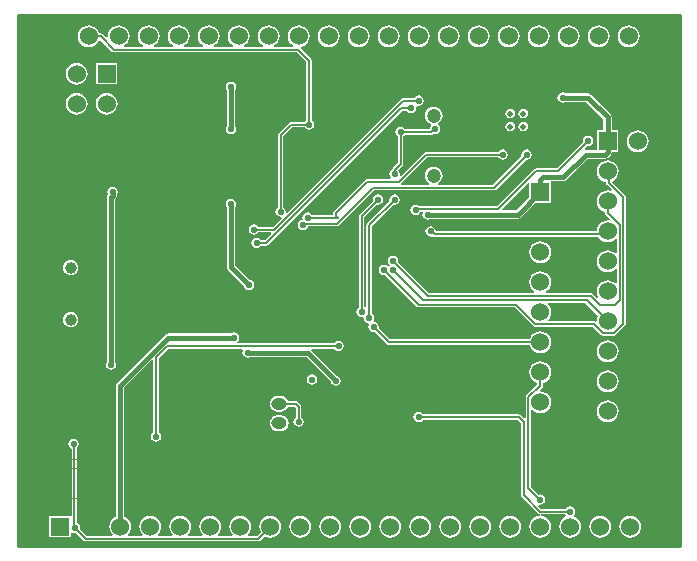
<source format=gbl>
G04*
G04 #@! TF.GenerationSoftware,Altium Limited,Altium Designer,20.0.2 (26)*
G04*
G04 Layer_Physical_Order=2*
G04 Layer_Color=16711680*
%FSLAX24Y24*%
%MOIN*%
G70*
G01*
G75*
%ADD12C,0.0100*%
%ADD16C,0.0010*%
%ADD57C,0.0150*%
%ADD58C,0.0060*%
%ADD59O,0.0512X0.0394*%
%ADD60C,0.0394*%
%ADD61C,0.0600*%
%ADD62R,0.0600X0.0600*%
%ADD63R,0.0600X0.0600*%
%ADD64C,0.0472*%
%ADD65C,0.0197*%
%ADD66C,0.0220*%
G36*
X22050Y0D02*
X0D01*
Y17700D01*
X22050D01*
Y0D01*
D02*
G37*
%LPC*%
G36*
X9350Y17363D02*
X9256Y17351D01*
X9168Y17314D01*
X9093Y17257D01*
X9036Y17182D01*
X8999Y17094D01*
X8987Y17000D01*
X8999Y16906D01*
X9036Y16818D01*
X9093Y16743D01*
X9160Y16692D01*
X9156Y16660D01*
X9147Y16642D01*
X8553D01*
X8544Y16660D01*
X8540Y16692D01*
X8607Y16743D01*
X8664Y16818D01*
X8701Y16906D01*
X8713Y17000D01*
X8701Y17094D01*
X8664Y17182D01*
X8607Y17257D01*
X8532Y17314D01*
X8444Y17351D01*
X8350Y17363D01*
X8256Y17351D01*
X8168Y17314D01*
X8093Y17257D01*
X8036Y17182D01*
X7999Y17094D01*
X7987Y17000D01*
X7999Y16906D01*
X8036Y16818D01*
X8093Y16743D01*
X8160Y16692D01*
X8156Y16660D01*
X8147Y16642D01*
X7553D01*
X7544Y16660D01*
X7540Y16692D01*
X7607Y16743D01*
X7664Y16818D01*
X7701Y16906D01*
X7713Y17000D01*
X7701Y17094D01*
X7664Y17182D01*
X7607Y17257D01*
X7532Y17314D01*
X7444Y17351D01*
X7350Y17363D01*
X7256Y17351D01*
X7168Y17314D01*
X7093Y17257D01*
X7036Y17182D01*
X6999Y17094D01*
X6987Y17000D01*
X6999Y16906D01*
X7036Y16818D01*
X7093Y16743D01*
X7160Y16692D01*
X7156Y16660D01*
X7147Y16642D01*
X6553D01*
X6544Y16660D01*
X6540Y16692D01*
X6607Y16743D01*
X6664Y16818D01*
X6701Y16906D01*
X6713Y17000D01*
X6701Y17094D01*
X6664Y17182D01*
X6607Y17257D01*
X6532Y17314D01*
X6444Y17351D01*
X6350Y17363D01*
X6256Y17351D01*
X6168Y17314D01*
X6093Y17257D01*
X6036Y17182D01*
X5999Y17094D01*
X5987Y17000D01*
X5999Y16906D01*
X6036Y16818D01*
X6093Y16743D01*
X6160Y16692D01*
X6156Y16660D01*
X6147Y16642D01*
X5553D01*
X5544Y16660D01*
X5540Y16692D01*
X5607Y16743D01*
X5664Y16818D01*
X5701Y16906D01*
X5713Y17000D01*
X5701Y17094D01*
X5664Y17182D01*
X5607Y17257D01*
X5532Y17314D01*
X5444Y17351D01*
X5350Y17363D01*
X5256Y17351D01*
X5168Y17314D01*
X5093Y17257D01*
X5036Y17182D01*
X4999Y17094D01*
X4987Y17000D01*
X4999Y16906D01*
X5036Y16818D01*
X5093Y16743D01*
X5160Y16692D01*
X5156Y16660D01*
X5147Y16642D01*
X4553D01*
X4544Y16660D01*
X4540Y16692D01*
X4607Y16743D01*
X4664Y16818D01*
X4701Y16906D01*
X4713Y17000D01*
X4701Y17094D01*
X4664Y17182D01*
X4607Y17257D01*
X4532Y17314D01*
X4444Y17351D01*
X4350Y17363D01*
X4256Y17351D01*
X4168Y17314D01*
X4093Y17257D01*
X4036Y17182D01*
X3999Y17094D01*
X3987Y17000D01*
X3999Y16906D01*
X4036Y16818D01*
X4093Y16743D01*
X4160Y16692D01*
X4156Y16660D01*
X4147Y16642D01*
X3553D01*
X3544Y16660D01*
X3540Y16692D01*
X3607Y16743D01*
X3664Y16818D01*
X3701Y16906D01*
X3713Y17000D01*
X3701Y17094D01*
X3664Y17182D01*
X3607Y17257D01*
X3532Y17314D01*
X3444Y17351D01*
X3350Y17363D01*
X3256Y17351D01*
X3168Y17314D01*
X3093Y17257D01*
X3036Y17182D01*
X2999Y17094D01*
X2987Y17000D01*
X2992Y16958D01*
X2945Y16935D01*
X2815Y17065D01*
X2785Y17085D01*
X2750Y17092D01*
X2701D01*
X2701Y17094D01*
X2664Y17182D01*
X2607Y17257D01*
X2532Y17314D01*
X2444Y17351D01*
X2350Y17363D01*
X2256Y17351D01*
X2168Y17314D01*
X2093Y17257D01*
X2036Y17182D01*
X1999Y17094D01*
X1987Y17000D01*
X1999Y16906D01*
X2036Y16818D01*
X2093Y16743D01*
X2168Y16686D01*
X2256Y16649D01*
X2350Y16637D01*
X2444Y16649D01*
X2532Y16686D01*
X2607Y16743D01*
X2664Y16818D01*
X2684Y16866D01*
X2743Y16877D01*
X3135Y16485D01*
X3165Y16465D01*
X3200Y16458D01*
X9297D01*
X9608Y16147D01*
Y14193D01*
X9577Y14173D01*
X9557Y14142D01*
X9100D01*
X9065Y14135D01*
X9035Y14115D01*
X8685Y13765D01*
X8665Y13735D01*
X8658Y13700D01*
Y11293D01*
X8627Y11273D01*
X8590Y11216D01*
X8577Y11150D01*
X8590Y11084D01*
X8627Y11027D01*
X8684Y10990D01*
X8750Y10977D01*
X8758Y10978D01*
X8783Y10932D01*
X8492Y10642D01*
X8007D01*
X7986Y10673D01*
X7930Y10710D01*
X7864Y10723D01*
X7797Y10710D01*
X7741Y10673D01*
X7703Y10616D01*
X7690Y10550D01*
X7703Y10484D01*
X7741Y10427D01*
X7797Y10390D01*
X7864Y10377D01*
X7930Y10390D01*
X7986Y10427D01*
X8007Y10458D01*
X8413D01*
X8432Y10412D01*
X8223Y10202D01*
X8093D01*
X8073Y10233D01*
X8016Y10271D01*
X7950Y10284D01*
X7884Y10271D01*
X7827Y10233D01*
X7790Y10177D01*
X7777Y10111D01*
X7790Y10044D01*
X7827Y9988D01*
X7884Y9951D01*
X7950Y9937D01*
X8016Y9951D01*
X8073Y9988D01*
X8093Y10019D01*
X8261D01*
X8296Y10026D01*
X8326Y10046D01*
X12788Y14508D01*
X12957D01*
X12977Y14477D01*
X13034Y14440D01*
X13100Y14427D01*
X13166Y14440D01*
X13223Y14477D01*
X13260Y14534D01*
X13273Y14600D01*
X13264Y14647D01*
X13265Y14649D01*
X13301Y14685D01*
X13303Y14686D01*
X13350Y14677D01*
X13416Y14690D01*
X13473Y14727D01*
X13510Y14784D01*
X13523Y14850D01*
X13510Y14916D01*
X13473Y14973D01*
X13416Y15010D01*
X13350Y15023D01*
X13284Y15010D01*
X13227Y14973D01*
X13207Y14942D01*
X12830D01*
X12795Y14935D01*
X12765Y14915D01*
X8968Y11117D01*
X8922Y11142D01*
X8923Y11150D01*
X8910Y11216D01*
X8873Y11273D01*
X8842Y11293D01*
Y13662D01*
X9138Y13958D01*
X9557D01*
X9577Y13927D01*
X9634Y13890D01*
X9700Y13877D01*
X9766Y13890D01*
X9823Y13927D01*
X9860Y13984D01*
X9873Y14050D01*
X9860Y14116D01*
X9823Y14173D01*
X9792Y14193D01*
Y16185D01*
X9785Y16220D01*
X9765Y16250D01*
X9419Y16596D01*
X9437Y16648D01*
X9444Y16649D01*
X9532Y16686D01*
X9607Y16743D01*
X9664Y16818D01*
X9701Y16906D01*
X9713Y17000D01*
X9701Y17094D01*
X9664Y17182D01*
X9607Y17257D01*
X9532Y17314D01*
X9444Y17351D01*
X9350Y17363D01*
D02*
G37*
G36*
X20350D02*
X20256Y17351D01*
X20168Y17314D01*
X20093Y17257D01*
X20036Y17182D01*
X19999Y17094D01*
X19987Y17000D01*
X19999Y16906D01*
X20036Y16818D01*
X20093Y16743D01*
X20168Y16686D01*
X20256Y16649D01*
X20350Y16637D01*
X20444Y16649D01*
X20532Y16686D01*
X20607Y16743D01*
X20664Y16818D01*
X20701Y16906D01*
X20713Y17000D01*
X20701Y17094D01*
X20664Y17182D01*
X20607Y17257D01*
X20532Y17314D01*
X20444Y17351D01*
X20350Y17363D01*
D02*
G37*
G36*
X19350D02*
X19256Y17351D01*
X19168Y17314D01*
X19093Y17257D01*
X19036Y17182D01*
X18999Y17094D01*
X18987Y17000D01*
X18999Y16906D01*
X19036Y16818D01*
X19093Y16743D01*
X19168Y16686D01*
X19256Y16649D01*
X19350Y16637D01*
X19444Y16649D01*
X19532Y16686D01*
X19607Y16743D01*
X19664Y16818D01*
X19701Y16906D01*
X19713Y17000D01*
X19701Y17094D01*
X19664Y17182D01*
X19607Y17257D01*
X19532Y17314D01*
X19444Y17351D01*
X19350Y17363D01*
D02*
G37*
G36*
X18350D02*
X18256Y17351D01*
X18168Y17314D01*
X18093Y17257D01*
X18036Y17182D01*
X17999Y17094D01*
X17987Y17000D01*
X17999Y16906D01*
X18036Y16818D01*
X18093Y16743D01*
X18168Y16686D01*
X18256Y16649D01*
X18350Y16637D01*
X18444Y16649D01*
X18532Y16686D01*
X18607Y16743D01*
X18664Y16818D01*
X18701Y16906D01*
X18713Y17000D01*
X18701Y17094D01*
X18664Y17182D01*
X18607Y17257D01*
X18532Y17314D01*
X18444Y17351D01*
X18350Y17363D01*
D02*
G37*
G36*
X17350D02*
X17256Y17351D01*
X17168Y17314D01*
X17093Y17257D01*
X17036Y17182D01*
X16999Y17094D01*
X16987Y17000D01*
X16999Y16906D01*
X17036Y16818D01*
X17093Y16743D01*
X17168Y16686D01*
X17256Y16649D01*
X17350Y16637D01*
X17444Y16649D01*
X17532Y16686D01*
X17607Y16743D01*
X17664Y16818D01*
X17701Y16906D01*
X17713Y17000D01*
X17701Y17094D01*
X17664Y17182D01*
X17607Y17257D01*
X17532Y17314D01*
X17444Y17351D01*
X17350Y17363D01*
D02*
G37*
G36*
X16350D02*
X16256Y17351D01*
X16168Y17314D01*
X16093Y17257D01*
X16036Y17182D01*
X15999Y17094D01*
X15987Y17000D01*
X15999Y16906D01*
X16036Y16818D01*
X16093Y16743D01*
X16168Y16686D01*
X16256Y16649D01*
X16350Y16637D01*
X16444Y16649D01*
X16532Y16686D01*
X16607Y16743D01*
X16664Y16818D01*
X16701Y16906D01*
X16713Y17000D01*
X16701Y17094D01*
X16664Y17182D01*
X16607Y17257D01*
X16532Y17314D01*
X16444Y17351D01*
X16350Y17363D01*
D02*
G37*
G36*
X15350D02*
X15256Y17351D01*
X15168Y17314D01*
X15093Y17257D01*
X15036Y17182D01*
X14999Y17094D01*
X14987Y17000D01*
X14999Y16906D01*
X15036Y16818D01*
X15093Y16743D01*
X15168Y16686D01*
X15256Y16649D01*
X15350Y16637D01*
X15444Y16649D01*
X15532Y16686D01*
X15607Y16743D01*
X15664Y16818D01*
X15701Y16906D01*
X15713Y17000D01*
X15701Y17094D01*
X15664Y17182D01*
X15607Y17257D01*
X15532Y17314D01*
X15444Y17351D01*
X15350Y17363D01*
D02*
G37*
G36*
X14350D02*
X14256Y17351D01*
X14168Y17314D01*
X14093Y17257D01*
X14036Y17182D01*
X13999Y17094D01*
X13987Y17000D01*
X13999Y16906D01*
X14036Y16818D01*
X14093Y16743D01*
X14168Y16686D01*
X14256Y16649D01*
X14350Y16637D01*
X14444Y16649D01*
X14532Y16686D01*
X14607Y16743D01*
X14664Y16818D01*
X14701Y16906D01*
X14713Y17000D01*
X14701Y17094D01*
X14664Y17182D01*
X14607Y17257D01*
X14532Y17314D01*
X14444Y17351D01*
X14350Y17363D01*
D02*
G37*
G36*
X13350D02*
X13256Y17351D01*
X13168Y17314D01*
X13093Y17257D01*
X13036Y17182D01*
X12999Y17094D01*
X12987Y17000D01*
X12999Y16906D01*
X13036Y16818D01*
X13093Y16743D01*
X13168Y16686D01*
X13256Y16649D01*
X13350Y16637D01*
X13444Y16649D01*
X13532Y16686D01*
X13607Y16743D01*
X13664Y16818D01*
X13701Y16906D01*
X13713Y17000D01*
X13701Y17094D01*
X13664Y17182D01*
X13607Y17257D01*
X13532Y17314D01*
X13444Y17351D01*
X13350Y17363D01*
D02*
G37*
G36*
X12350D02*
X12256Y17351D01*
X12168Y17314D01*
X12093Y17257D01*
X12036Y17182D01*
X11999Y17094D01*
X11987Y17000D01*
X11999Y16906D01*
X12036Y16818D01*
X12093Y16743D01*
X12168Y16686D01*
X12256Y16649D01*
X12350Y16637D01*
X12444Y16649D01*
X12532Y16686D01*
X12607Y16743D01*
X12664Y16818D01*
X12701Y16906D01*
X12713Y17000D01*
X12701Y17094D01*
X12664Y17182D01*
X12607Y17257D01*
X12532Y17314D01*
X12444Y17351D01*
X12350Y17363D01*
D02*
G37*
G36*
X11350D02*
X11256Y17351D01*
X11168Y17314D01*
X11093Y17257D01*
X11036Y17182D01*
X10999Y17094D01*
X10987Y17000D01*
X10999Y16906D01*
X11036Y16818D01*
X11093Y16743D01*
X11168Y16686D01*
X11256Y16649D01*
X11350Y16637D01*
X11444Y16649D01*
X11532Y16686D01*
X11607Y16743D01*
X11664Y16818D01*
X11701Y16906D01*
X11713Y17000D01*
X11701Y17094D01*
X11664Y17182D01*
X11607Y17257D01*
X11532Y17314D01*
X11444Y17351D01*
X11350Y17363D01*
D02*
G37*
G36*
X10350D02*
X10256Y17351D01*
X10168Y17314D01*
X10093Y17257D01*
X10036Y17182D01*
X9999Y17094D01*
X9987Y17000D01*
X9999Y16906D01*
X10036Y16818D01*
X10093Y16743D01*
X10168Y16686D01*
X10256Y16649D01*
X10350Y16637D01*
X10444Y16649D01*
X10532Y16686D01*
X10607Y16743D01*
X10664Y16818D01*
X10701Y16906D01*
X10713Y17000D01*
X10701Y17094D01*
X10664Y17182D01*
X10607Y17257D01*
X10532Y17314D01*
X10444Y17351D01*
X10350Y17363D01*
D02*
G37*
G36*
X3310Y16110D02*
X2590D01*
Y15390D01*
X3310D01*
Y16110D01*
D02*
G37*
G36*
X1950Y16113D02*
X1856Y16101D01*
X1768Y16064D01*
X1693Y16007D01*
X1635Y15932D01*
X1599Y15844D01*
X1586Y15750D01*
X1599Y15656D01*
X1635Y15568D01*
X1693Y15493D01*
X1768Y15436D01*
X1856Y15399D01*
X1950Y15387D01*
X2044Y15399D01*
X2131Y15436D01*
X2206Y15493D01*
X2264Y15568D01*
X2300Y15656D01*
X2313Y15750D01*
X2300Y15844D01*
X2264Y15932D01*
X2206Y16007D01*
X2131Y16064D01*
X2044Y16101D01*
X1950Y16113D01*
D02*
G37*
G36*
X2950Y15113D02*
X2856Y15101D01*
X2768Y15064D01*
X2693Y15007D01*
X2635Y14932D01*
X2599Y14844D01*
X2587Y14750D01*
X2599Y14656D01*
X2635Y14568D01*
X2693Y14493D01*
X2768Y14436D01*
X2856Y14399D01*
X2950Y14387D01*
X3044Y14399D01*
X3131Y14436D01*
X3206Y14493D01*
X3264Y14568D01*
X3300Y14656D01*
X3313Y14750D01*
X3300Y14844D01*
X3264Y14932D01*
X3206Y15007D01*
X3131Y15064D01*
X3044Y15101D01*
X2950Y15113D01*
D02*
G37*
G36*
X1950D02*
X1856Y15101D01*
X1768Y15064D01*
X1693Y15007D01*
X1635Y14932D01*
X1599Y14844D01*
X1586Y14750D01*
X1599Y14656D01*
X1635Y14568D01*
X1693Y14493D01*
X1768Y14436D01*
X1856Y14399D01*
X1950Y14387D01*
X2044Y14399D01*
X2131Y14436D01*
X2206Y14493D01*
X2264Y14568D01*
X2300Y14656D01*
X2313Y14750D01*
X2300Y14844D01*
X2264Y14932D01*
X2206Y15007D01*
X2131Y15064D01*
X2044Y15101D01*
X1950Y15113D01*
D02*
G37*
G36*
X16839Y14578D02*
X16778Y14566D01*
X16725Y14531D01*
X16690Y14478D01*
X16678Y14417D01*
X16690Y14355D01*
X16725Y14302D01*
X16778Y14267D01*
X16839Y14255D01*
X16901Y14267D01*
X16954Y14302D01*
X16989Y14355D01*
X17001Y14417D01*
X16989Y14478D01*
X16954Y14531D01*
X16901Y14566D01*
X16839Y14578D01*
D02*
G37*
G36*
X16406D02*
X16344Y14566D01*
X16292Y14531D01*
X16257Y14478D01*
X16245Y14417D01*
X16257Y14355D01*
X16292Y14302D01*
X16344Y14267D01*
X16406Y14255D01*
X16468Y14267D01*
X16521Y14302D01*
X16556Y14355D01*
X16568Y14417D01*
X16556Y14478D01*
X16521Y14531D01*
X16468Y14566D01*
X16406Y14578D01*
D02*
G37*
G36*
X13850Y14649D02*
X13773Y14639D01*
X13701Y14609D01*
X13639Y14561D01*
X13591Y14499D01*
X13561Y14427D01*
X13551Y14350D01*
X13561Y14273D01*
X13591Y14201D01*
X13639Y14139D01*
X13701Y14091D01*
X13756Y14068D01*
X13764Y14052D01*
X13771Y14023D01*
X13770Y14011D01*
X13740Y13966D01*
X13727Y13900D01*
X13678Y13892D01*
X12893D01*
X12873Y13923D01*
X12816Y13960D01*
X12750Y13973D01*
X12684Y13960D01*
X12627Y13923D01*
X12590Y13866D01*
X12577Y13800D01*
X12590Y13734D01*
X12627Y13677D01*
X12658Y13657D01*
Y12788D01*
X12485Y12615D01*
X12465Y12585D01*
X12458Y12550D01*
Y12543D01*
X12427Y12523D01*
X12390Y12466D01*
X12377Y12400D01*
X12390Y12334D01*
X12418Y12292D01*
X12398Y12242D01*
X11630D01*
X11595Y12235D01*
X11565Y12215D01*
X10515Y11165D01*
X10495Y11135D01*
X10488Y11100D01*
Y11022D01*
X9807D01*
X9773Y11073D01*
X9716Y11110D01*
X9650Y11123D01*
X9584Y11110D01*
X9527Y11073D01*
X9490Y11016D01*
X9477Y10950D01*
X9490Y10884D01*
X9484Y10870D01*
X9434Y10860D01*
X9377Y10823D01*
X9340Y10766D01*
X9327Y10700D01*
X9340Y10634D01*
X9377Y10577D01*
X9434Y10540D01*
X9500Y10527D01*
X9566Y10540D01*
X9623Y10577D01*
X9660Y10634D01*
X9665Y10658D01*
X10640D01*
X10675Y10665D01*
X10705Y10685D01*
X11878Y11858D01*
X15850D01*
X15885Y11865D01*
X15915Y11885D01*
X16914Y12884D01*
X16950Y12877D01*
X17016Y12890D01*
X17073Y12927D01*
X17110Y12984D01*
X17123Y13050D01*
X17110Y13116D01*
X17073Y13173D01*
X17016Y13210D01*
X16950Y13223D01*
X16884Y13210D01*
X16827Y13173D01*
X16790Y13116D01*
X16777Y13050D01*
X16784Y13014D01*
X15812Y12042D01*
X14011D01*
X14000Y12090D01*
X14000Y12092D01*
X14061Y12139D01*
X14109Y12201D01*
X14139Y12273D01*
X14149Y12350D01*
X14139Y12427D01*
X14109Y12499D01*
X14061Y12561D01*
X13999Y12609D01*
X13927Y12639D01*
X13850Y12649D01*
X13773Y12639D01*
X13701Y12609D01*
X13639Y12561D01*
X13591Y12499D01*
X13561Y12427D01*
X13551Y12350D01*
X13561Y12273D01*
X13591Y12201D01*
X13639Y12139D01*
X13700Y12092D01*
X13700Y12090D01*
X13689Y12042D01*
X12790D01*
X12777Y12065D01*
X12772Y12092D01*
X13638Y12958D01*
X16007D01*
X16027Y12927D01*
X16084Y12890D01*
X16150Y12877D01*
X16216Y12890D01*
X16273Y12927D01*
X16310Y12984D01*
X16323Y13050D01*
X16310Y13116D01*
X16273Y13173D01*
X16216Y13210D01*
X16150Y13223D01*
X16084Y13210D01*
X16027Y13173D01*
X16007Y13142D01*
X13600D01*
X13565Y13135D01*
X13535Y13115D01*
X12763Y12343D01*
X12717Y12367D01*
X12723Y12400D01*
X12710Y12466D01*
X12673Y12523D01*
X12671Y12541D01*
X12815Y12685D01*
X12835Y12715D01*
X12842Y12750D01*
Y13657D01*
X12873Y13677D01*
X12893Y13708D01*
X13757D01*
X13792Y13715D01*
X13822Y13735D01*
X13829Y13743D01*
X13834Y13740D01*
X13900Y13727D01*
X13966Y13740D01*
X14023Y13777D01*
X14060Y13834D01*
X14073Y13900D01*
X14060Y13966D01*
X14023Y14023D01*
X14000Y14037D01*
X14000Y14072D01*
X14004Y14095D01*
X14061Y14139D01*
X14109Y14201D01*
X14139Y14273D01*
X14149Y14350D01*
X14139Y14427D01*
X14109Y14499D01*
X14061Y14561D01*
X13999Y14609D01*
X13927Y14639D01*
X13850Y14649D01*
D02*
G37*
G36*
X16839Y14145D02*
X16778Y14133D01*
X16725Y14098D01*
X16690Y14045D01*
X16678Y13983D01*
X16690Y13922D01*
X16725Y13869D01*
X16778Y13834D01*
X16839Y13822D01*
X16901Y13834D01*
X16954Y13869D01*
X16989Y13922D01*
X17001Y13983D01*
X16989Y14045D01*
X16954Y14098D01*
X16901Y14133D01*
X16839Y14145D01*
D02*
G37*
G36*
X16406D02*
X16344Y14133D01*
X16292Y14098D01*
X16257Y14045D01*
X16245Y13983D01*
X16257Y13922D01*
X16292Y13869D01*
X16344Y13834D01*
X16406Y13822D01*
X16468Y13834D01*
X16521Y13869D01*
X16556Y13922D01*
X16568Y13983D01*
X16556Y14045D01*
X16521Y14098D01*
X16468Y14133D01*
X16406Y14145D01*
D02*
G37*
G36*
X7100Y15473D02*
X7034Y15460D01*
X6977Y15423D01*
X6940Y15366D01*
X6927Y15300D01*
X6940Y15234D01*
X6956Y15209D01*
Y14009D01*
X6927Y13966D01*
X6914Y13900D01*
X6927Y13834D01*
X6965Y13777D01*
X7021Y13740D01*
X7088Y13727D01*
X7154Y13740D01*
X7210Y13777D01*
X7248Y13834D01*
X7261Y13900D01*
X7248Y13966D01*
X7231Y13991D01*
Y15191D01*
X7260Y15234D01*
X7273Y15300D01*
X7260Y15366D01*
X7223Y15423D01*
X7166Y15460D01*
X7100Y15473D01*
D02*
G37*
G36*
X18150Y15123D02*
X18084Y15110D01*
X18027Y15073D01*
X17990Y15016D01*
X17977Y14950D01*
X17990Y14884D01*
X18027Y14827D01*
X18084Y14790D01*
X18150Y14777D01*
X18216Y14790D01*
X18250Y14812D01*
X18943D01*
X19512Y14243D01*
Y13860D01*
X19290D01*
Y13188D01*
X18925D01*
X18871Y13228D01*
X18870Y13240D01*
X18964Y13334D01*
X19000Y13327D01*
X19066Y13340D01*
X19123Y13377D01*
X19160Y13434D01*
X19173Y13500D01*
X19160Y13566D01*
X19123Y13623D01*
X19066Y13660D01*
X19000Y13673D01*
X18934Y13660D01*
X18877Y13623D01*
X18840Y13566D01*
X18827Y13500D01*
X18834Y13464D01*
X17962Y12592D01*
X17250D01*
X17215Y12585D01*
X17185Y12565D01*
X15962Y11342D01*
X13344D01*
X13316Y11360D01*
X13250Y11373D01*
X13184Y11360D01*
X13127Y11323D01*
X13090Y11266D01*
X13077Y11200D01*
X13090Y11134D01*
X13127Y11077D01*
X13184Y11040D01*
X13250Y11027D01*
X13316Y11040D01*
X13373Y11077D01*
X13410Y11134D01*
X13415Y11158D01*
X13464D01*
X13488Y11108D01*
X13477Y11050D01*
X13490Y10984D01*
X13527Y10927D01*
X13584Y10890D01*
X13650Y10877D01*
X13716Y10890D01*
X13750Y10912D01*
X16650D01*
X16703Y10923D01*
X16747Y10953D01*
X17235Y11440D01*
X17760D01*
Y12160D01*
X17809Y12162D01*
X18175D01*
X18228Y12173D01*
X18272Y12203D01*
X18982Y12912D01*
X19550D01*
X19603Y12923D01*
X19647Y12953D01*
X19747Y13053D01*
X19747Y13053D01*
X19777Y13097D01*
X19786Y13140D01*
X20010D01*
Y13860D01*
X19788D01*
Y14300D01*
X19788Y14300D01*
X19777Y14353D01*
X19747Y14397D01*
X19097Y15047D01*
X19053Y15077D01*
X19000Y15088D01*
X18250D01*
X18216Y15110D01*
X18150Y15123D01*
D02*
G37*
G36*
X20650Y13863D02*
X20556Y13851D01*
X20468Y13814D01*
X20393Y13757D01*
X20336Y13682D01*
X20299Y13594D01*
X20287Y13500D01*
X20299Y13406D01*
X20336Y13318D01*
X20393Y13243D01*
X20468Y13186D01*
X20556Y13149D01*
X20650Y13137D01*
X20744Y13149D01*
X20832Y13186D01*
X20907Y13243D01*
X20964Y13318D01*
X21001Y13406D01*
X21013Y13500D01*
X21001Y13594D01*
X20964Y13682D01*
X20907Y13757D01*
X20832Y13814D01*
X20744Y13851D01*
X20650Y13863D01*
D02*
G37*
G36*
X19650Y12863D02*
X19556Y12851D01*
X19468Y12814D01*
X19393Y12757D01*
X19336Y12682D01*
X19299Y12594D01*
X19287Y12500D01*
X19299Y12406D01*
X19336Y12318D01*
X19393Y12243D01*
X19468Y12186D01*
X19556Y12149D01*
X19600Y12143D01*
Y12110D01*
X19607Y12075D01*
X19627Y12045D01*
X19784Y11888D01*
X19755Y11846D01*
X19744Y11851D01*
X19650Y11863D01*
X19556Y11851D01*
X19468Y11814D01*
X19393Y11757D01*
X19336Y11682D01*
X19299Y11594D01*
X19287Y11500D01*
X19299Y11406D01*
X19336Y11318D01*
X19393Y11243D01*
X19468Y11186D01*
X19556Y11149D01*
X19558Y11149D01*
Y11100D01*
X19565Y11065D01*
X19585Y11035D01*
X19715Y10905D01*
X19692Y10858D01*
X19650Y10863D01*
X19556Y10851D01*
X19468Y10814D01*
X19393Y10757D01*
X19336Y10682D01*
X19299Y10594D01*
X19287Y10500D01*
X19280Y10492D01*
X13923D01*
X13910Y10556D01*
X13873Y10612D01*
X13816Y10649D01*
X13750Y10663D01*
X13684Y10649D01*
X13627Y10612D01*
X13590Y10556D01*
X13577Y10489D01*
X13590Y10423D01*
X13627Y10367D01*
X13684Y10329D01*
X13750Y10316D01*
X13816Y10329D01*
X13822Y10333D01*
X13847Y10315D01*
X13882Y10308D01*
X19343D01*
X19393Y10243D01*
X19468Y10186D01*
X19556Y10149D01*
X19650Y10137D01*
X19744Y10149D01*
X19832Y10186D01*
X19907Y10243D01*
X19911Y10249D01*
X19958Y10233D01*
Y9767D01*
X19911Y9751D01*
X19907Y9757D01*
X19832Y9814D01*
X19744Y9851D01*
X19650Y9863D01*
X19556Y9851D01*
X19468Y9814D01*
X19393Y9757D01*
X19336Y9682D01*
X19299Y9594D01*
X19287Y9500D01*
X19299Y9406D01*
X19336Y9318D01*
X19393Y9243D01*
X19468Y9186D01*
X19556Y9149D01*
X19650Y9137D01*
X19744Y9149D01*
X19832Y9186D01*
X19907Y9243D01*
X19911Y9249D01*
X19958Y9233D01*
Y8767D01*
X19911Y8751D01*
X19907Y8757D01*
X19832Y8814D01*
X19744Y8851D01*
X19650Y8863D01*
X19556Y8851D01*
X19468Y8814D01*
X19393Y8757D01*
X19336Y8682D01*
X19299Y8594D01*
X19287Y8500D01*
X19299Y8406D01*
X19336Y8318D01*
X19347Y8303D01*
X19309Y8270D01*
X19165Y8415D01*
X19135Y8435D01*
X19100Y8442D01*
X17603D01*
X17594Y8460D01*
X17590Y8492D01*
X17657Y8543D01*
X17714Y8618D01*
X17751Y8706D01*
X17763Y8800D01*
X17751Y8894D01*
X17714Y8982D01*
X17657Y9057D01*
X17582Y9114D01*
X17494Y9151D01*
X17400Y9163D01*
X17306Y9151D01*
X17218Y9114D01*
X17143Y9057D01*
X17086Y8982D01*
X17049Y8894D01*
X17037Y8800D01*
X17049Y8706D01*
X17086Y8618D01*
X17143Y8543D01*
X17210Y8492D01*
X17206Y8460D01*
X17197Y8442D01*
X13688D01*
X12666Y9464D01*
X12673Y9500D01*
X12660Y9566D01*
X12623Y9623D01*
X12566Y9660D01*
X12500Y9673D01*
X12434Y9660D01*
X12377Y9623D01*
X12340Y9566D01*
X12327Y9500D01*
X12340Y9434D01*
X12377Y9377D01*
X12381Y9375D01*
Y9334D01*
X12377Y9323D01*
X12366Y9319D01*
X12325D01*
X12323Y9323D01*
X12266Y9360D01*
X12200Y9373D01*
X12134Y9360D01*
X12077Y9323D01*
X12040Y9266D01*
X12027Y9200D01*
X12040Y9134D01*
X12077Y9077D01*
X12134Y9040D01*
X12200Y9027D01*
X12236Y9034D01*
X13285Y7985D01*
X13315Y7965D01*
X13350Y7958D01*
X16560D01*
X17174Y7345D01*
X17203Y7325D01*
X17238Y7318D01*
X19154D01*
X19189Y7283D01*
X19195Y7274D01*
X19424Y7045D01*
X19453Y7025D01*
X19488Y7018D01*
X19860D01*
X19895Y7025D01*
X19925Y7045D01*
X20235Y7355D01*
X20255Y7385D01*
X20262Y7420D01*
Y11632D01*
X20255Y11667D01*
X20235Y11697D01*
X19809Y12122D01*
X19821Y12181D01*
X19832Y12186D01*
X19907Y12243D01*
X19964Y12318D01*
X20001Y12406D01*
X20013Y12500D01*
X20001Y12594D01*
X19964Y12682D01*
X19907Y12757D01*
X19832Y12814D01*
X19744Y12851D01*
X19650Y12863D01*
D02*
G37*
G36*
X12550Y11723D02*
X12484Y11710D01*
X12427Y11673D01*
X12390Y11616D01*
X12377Y11550D01*
X12384Y11514D01*
X11635Y10765D01*
X11615Y10735D01*
X11608Y10700D01*
Y7995D01*
X11558Y7968D01*
X11542Y7979D01*
Y10962D01*
X11964Y11384D01*
X12000Y11377D01*
X12066Y11390D01*
X12123Y11427D01*
X12160Y11484D01*
X12173Y11550D01*
X12160Y11616D01*
X12123Y11673D01*
X12066Y11710D01*
X12000Y11723D01*
X11934Y11710D01*
X11877Y11673D01*
X11840Y11616D01*
X11827Y11550D01*
X11834Y11514D01*
X11385Y11065D01*
X11365Y11035D01*
X11358Y11000D01*
Y7943D01*
X11327Y7923D01*
X11290Y7866D01*
X11277Y7800D01*
X11290Y7734D01*
X11327Y7677D01*
X11384Y7640D01*
X11450Y7627D01*
X11482Y7633D01*
X11526Y7600D01*
X11528Y7595D01*
X11540Y7534D01*
X11577Y7477D01*
X11634Y7440D01*
X11674Y7432D01*
X11699Y7379D01*
X11690Y7366D01*
X11677Y7300D01*
X11690Y7234D01*
X11727Y7177D01*
X11784Y7140D01*
X11850Y7127D01*
X11886Y7134D01*
X12285Y6735D01*
X12315Y6715D01*
X12350Y6708D01*
X17049D01*
X17049Y6706D01*
X17086Y6618D01*
X17143Y6543D01*
X17218Y6486D01*
X17306Y6449D01*
X17400Y6437D01*
X17494Y6449D01*
X17582Y6486D01*
X17657Y6543D01*
X17714Y6618D01*
X17751Y6706D01*
X17763Y6800D01*
X17751Y6894D01*
X17714Y6982D01*
X17657Y7057D01*
X17582Y7114D01*
X17494Y7151D01*
X17400Y7163D01*
X17306Y7151D01*
X17218Y7114D01*
X17143Y7057D01*
X17086Y6982D01*
X17049Y6894D01*
X17049Y6892D01*
X12388D01*
X12016Y7264D01*
X12023Y7300D01*
X12010Y7366D01*
X11973Y7423D01*
X11916Y7460D01*
X11876Y7468D01*
X11851Y7521D01*
X11860Y7534D01*
X11873Y7600D01*
X11860Y7666D01*
X11823Y7723D01*
X11792Y7743D01*
Y10662D01*
X12514Y11384D01*
X12550Y11377D01*
X12616Y11390D01*
X12673Y11427D01*
X12710Y11484D01*
X12723Y11550D01*
X12710Y11616D01*
X12673Y11673D01*
X12616Y11710D01*
X12550Y11723D01*
D02*
G37*
G36*
X17400Y10163D02*
X17306Y10151D01*
X17218Y10114D01*
X17143Y10057D01*
X17086Y9982D01*
X17049Y9894D01*
X17037Y9800D01*
X17049Y9706D01*
X17086Y9618D01*
X17143Y9543D01*
X17218Y9486D01*
X17306Y9449D01*
X17400Y9437D01*
X17494Y9449D01*
X17582Y9486D01*
X17657Y9543D01*
X17714Y9618D01*
X17751Y9706D01*
X17763Y9800D01*
X17751Y9894D01*
X17714Y9982D01*
X17657Y10057D01*
X17582Y10114D01*
X17494Y10151D01*
X17400Y10163D01*
D02*
G37*
G36*
X1750Y9541D02*
X1683Y9533D01*
X1620Y9507D01*
X1567Y9465D01*
X1526Y9412D01*
X1500Y9349D01*
X1491Y9282D01*
X1500Y9215D01*
X1526Y9153D01*
X1567Y9099D01*
X1620Y9058D01*
X1683Y9032D01*
X1750Y9023D01*
X1817Y9032D01*
X1880Y9058D01*
X1933Y9099D01*
X1974Y9153D01*
X2000Y9215D01*
X2009Y9282D01*
X2000Y9349D01*
X1974Y9412D01*
X1933Y9465D01*
X1880Y9507D01*
X1817Y9533D01*
X1750Y9541D01*
D02*
G37*
G36*
X7088Y11573D02*
X7021Y11560D01*
X6965Y11523D01*
X6927Y11466D01*
X6914Y11400D01*
X6927Y11334D01*
X6950Y11300D01*
Y9312D01*
X6960Y9260D01*
X6990Y9215D01*
X7532Y8673D01*
X7540Y8634D01*
X7577Y8577D01*
X7634Y8540D01*
X7700Y8527D01*
X7766Y8540D01*
X7823Y8577D01*
X7860Y8634D01*
X7873Y8700D01*
X7860Y8766D01*
X7823Y8823D01*
X7766Y8860D01*
X7727Y8868D01*
X7225Y9370D01*
Y11300D01*
X7248Y11334D01*
X7261Y11400D01*
X7248Y11466D01*
X7210Y11523D01*
X7154Y11560D01*
X7088Y11573D01*
D02*
G37*
G36*
X1750Y7809D02*
X1683Y7800D01*
X1620Y7774D01*
X1567Y7733D01*
X1526Y7680D01*
X1500Y7617D01*
X1491Y7550D01*
X1500Y7483D01*
X1526Y7420D01*
X1567Y7367D01*
X1620Y7326D01*
X1683Y7300D01*
X1750Y7291D01*
X1817Y7300D01*
X1880Y7326D01*
X1933Y7367D01*
X1974Y7420D01*
X2000Y7483D01*
X2009Y7550D01*
X2000Y7617D01*
X1974Y7680D01*
X1933Y7733D01*
X1880Y7774D01*
X1817Y7800D01*
X1750Y7809D01*
D02*
G37*
G36*
X7200Y7123D02*
X7134Y7110D01*
X7100Y7088D01*
X5000D01*
X5000Y7088D01*
X4947Y7077D01*
X4903Y7047D01*
X3303Y5447D01*
X3273Y5403D01*
X3262Y5350D01*
Y983D01*
X3218Y964D01*
X3143Y907D01*
X3086Y832D01*
X3049Y744D01*
X3037Y650D01*
X3049Y556D01*
X3086Y468D01*
X3143Y393D01*
X3149Y389D01*
X3133Y342D01*
X2286D01*
X2066Y562D01*
X2073Y600D01*
X2060Y666D01*
X2023Y723D01*
X1967Y760D01*
Y3274D01*
X1973Y3277D01*
X2010Y3334D01*
X2023Y3400D01*
X2010Y3466D01*
X1973Y3523D01*
X1916Y3560D01*
X1850Y3573D01*
X1784Y3560D01*
X1727Y3523D01*
X1690Y3466D01*
X1677Y3400D01*
X1690Y3334D01*
X1727Y3277D01*
X1783Y3240D01*
Y1050D01*
X1760Y1010D01*
X1040D01*
Y290D01*
X1760D01*
Y429D01*
X1810Y456D01*
X1834Y440D01*
X1900Y427D01*
X1935Y434D01*
X2184Y185D01*
X2213Y165D01*
X2248Y158D01*
X8000D01*
X8035Y165D01*
X8065Y185D01*
X8217Y337D01*
X8218Y336D01*
X8306Y299D01*
X8400Y287D01*
X8494Y299D01*
X8582Y336D01*
X8657Y393D01*
X8714Y468D01*
X8751Y556D01*
X8763Y650D01*
X8751Y744D01*
X8714Y832D01*
X8657Y907D01*
X8582Y964D01*
X8494Y1001D01*
X8400Y1013D01*
X8306Y1001D01*
X8218Y964D01*
X8143Y907D01*
X8086Y832D01*
X8049Y744D01*
X8037Y650D01*
X8049Y556D01*
X8086Y468D01*
X8087Y467D01*
X7962Y342D01*
X7667D01*
X7651Y389D01*
X7657Y393D01*
X7714Y468D01*
X7751Y556D01*
X7763Y650D01*
X7751Y744D01*
X7714Y832D01*
X7657Y907D01*
X7582Y964D01*
X7494Y1001D01*
X7400Y1013D01*
X7306Y1001D01*
X7218Y964D01*
X7143Y907D01*
X7086Y832D01*
X7049Y744D01*
X7037Y650D01*
X7049Y556D01*
X7086Y468D01*
X7143Y393D01*
X7149Y389D01*
X7133Y342D01*
X6667D01*
X6651Y389D01*
X6657Y393D01*
X6714Y468D01*
X6751Y556D01*
X6763Y650D01*
X6751Y744D01*
X6714Y832D01*
X6657Y907D01*
X6582Y964D01*
X6494Y1001D01*
X6400Y1013D01*
X6306Y1001D01*
X6218Y964D01*
X6143Y907D01*
X6086Y832D01*
X6049Y744D01*
X6037Y650D01*
X6049Y556D01*
X6086Y468D01*
X6143Y393D01*
X6149Y389D01*
X6133Y342D01*
X5667D01*
X5651Y389D01*
X5657Y393D01*
X5714Y468D01*
X5751Y556D01*
X5763Y650D01*
X5751Y744D01*
X5714Y832D01*
X5657Y907D01*
X5582Y964D01*
X5494Y1001D01*
X5400Y1013D01*
X5306Y1001D01*
X5218Y964D01*
X5143Y907D01*
X5086Y832D01*
X5049Y744D01*
X5037Y650D01*
X5049Y556D01*
X5086Y468D01*
X5143Y393D01*
X5149Y389D01*
X5133Y342D01*
X4667D01*
X4651Y389D01*
X4657Y393D01*
X4714Y468D01*
X4751Y556D01*
X4763Y650D01*
X4751Y744D01*
X4714Y832D01*
X4657Y907D01*
X4582Y964D01*
X4494Y1001D01*
X4400Y1013D01*
X4306Y1001D01*
X4218Y964D01*
X4143Y907D01*
X4086Y832D01*
X4049Y744D01*
X4037Y650D01*
X4049Y556D01*
X4086Y468D01*
X4143Y393D01*
X4149Y389D01*
X4133Y342D01*
X3667D01*
X3651Y389D01*
X3657Y393D01*
X3714Y468D01*
X3751Y556D01*
X3763Y650D01*
X3751Y744D01*
X3714Y832D01*
X3657Y907D01*
X3582Y964D01*
X3538Y983D01*
Y5293D01*
X4462Y6217D01*
X4508Y6198D01*
Y3793D01*
X4477Y3773D01*
X4440Y3716D01*
X4427Y3650D01*
X4440Y3584D01*
X4477Y3527D01*
X4534Y3490D01*
X4600Y3477D01*
X4666Y3490D01*
X4723Y3527D01*
X4760Y3584D01*
X4773Y3650D01*
X4760Y3716D01*
X4723Y3773D01*
X4692Y3793D01*
Y6262D01*
X5008Y6578D01*
X7471D01*
X7498Y6528D01*
X7490Y6516D01*
X7477Y6450D01*
X7490Y6384D01*
X7527Y6327D01*
X7584Y6290D01*
X7650Y6277D01*
X7716Y6290D01*
X7750Y6312D01*
X9595D01*
X10418Y5490D01*
X10426Y5450D01*
X10463Y5394D01*
X10520Y5356D01*
X10586Y5343D01*
X10652Y5356D01*
X10708Y5394D01*
X10746Y5450D01*
X10759Y5516D01*
X10746Y5583D01*
X10708Y5639D01*
X10652Y5676D01*
X10613Y5684D01*
X9769Y6528D01*
X9789Y6578D01*
X10537D01*
X10557Y6547D01*
X10614Y6510D01*
X10680Y6497D01*
X10746Y6510D01*
X10803Y6547D01*
X10840Y6604D01*
X10853Y6670D01*
X10840Y6736D01*
X10803Y6793D01*
X10746Y6830D01*
X10680Y6843D01*
X10614Y6830D01*
X10557Y6793D01*
X10537Y6762D01*
X7314D01*
X7299Y6812D01*
X7323Y6827D01*
X7360Y6884D01*
X7373Y6950D01*
X7360Y7016D01*
X7323Y7073D01*
X7266Y7110D01*
X7200Y7123D01*
D02*
G37*
G36*
X19650Y6863D02*
X19556Y6851D01*
X19468Y6814D01*
X19393Y6757D01*
X19336Y6682D01*
X19299Y6594D01*
X19287Y6500D01*
X19299Y6406D01*
X19336Y6318D01*
X19393Y6243D01*
X19468Y6186D01*
X19556Y6149D01*
X19650Y6137D01*
X19744Y6149D01*
X19832Y6186D01*
X19907Y6243D01*
X19964Y6318D01*
X20001Y6406D01*
X20013Y6500D01*
X20001Y6594D01*
X19964Y6682D01*
X19907Y6757D01*
X19832Y6814D01*
X19744Y6851D01*
X19650Y6863D01*
D02*
G37*
G36*
X3150Y11973D02*
X3084Y11960D01*
X3027Y11923D01*
X2990Y11866D01*
X2977Y11800D01*
X2990Y11734D01*
X2998Y11721D01*
X2973Y11684D01*
X2962Y11631D01*
Y6150D01*
X2940Y6116D01*
X2927Y6050D01*
X2940Y5984D01*
X2977Y5927D01*
X3034Y5890D01*
X3100Y5877D01*
X3166Y5890D01*
X3223Y5927D01*
X3260Y5984D01*
X3273Y6050D01*
X3260Y6116D01*
X3238Y6150D01*
Y11574D01*
X3247Y11584D01*
X3247Y11584D01*
X3277Y11628D01*
X3288Y11681D01*
X3288Y11681D01*
Y11700D01*
X3310Y11734D01*
X3323Y11800D01*
X3310Y11866D01*
X3273Y11923D01*
X3216Y11960D01*
X3150Y11973D01*
D02*
G37*
G36*
X9800Y5723D02*
X9734Y5710D01*
X9677Y5673D01*
X9640Y5616D01*
X9627Y5550D01*
X9640Y5484D01*
X9677Y5427D01*
X9734Y5390D01*
X9800Y5377D01*
X9866Y5390D01*
X9923Y5427D01*
X9960Y5484D01*
X9973Y5550D01*
X9960Y5616D01*
X9923Y5673D01*
X9866Y5710D01*
X9800Y5723D01*
D02*
G37*
G36*
X19650Y5863D02*
X19556Y5851D01*
X19468Y5814D01*
X19393Y5757D01*
X19336Y5682D01*
X19299Y5594D01*
X19287Y5500D01*
X19299Y5406D01*
X19336Y5318D01*
X19393Y5243D01*
X19468Y5186D01*
X19556Y5149D01*
X19650Y5137D01*
X19744Y5149D01*
X19832Y5186D01*
X19907Y5243D01*
X19964Y5318D01*
X20001Y5406D01*
X20013Y5500D01*
X20001Y5594D01*
X19964Y5682D01*
X19907Y5757D01*
X19832Y5814D01*
X19744Y5851D01*
X19650Y5863D01*
D02*
G37*
G36*
X17400Y6163D02*
X17306Y6151D01*
X17218Y6114D01*
X17143Y6057D01*
X17086Y5982D01*
X17049Y5894D01*
X17037Y5800D01*
X17049Y5706D01*
X17086Y5618D01*
X17143Y5543D01*
X17218Y5486D01*
X17306Y5449D01*
X17308Y5449D01*
Y5390D01*
X16945Y5026D01*
X16925Y4997D01*
X16918Y4962D01*
Y4282D01*
X16868Y4262D01*
X16765Y4365D01*
X16735Y4385D01*
X16700Y4392D01*
X13493D01*
X13473Y4423D01*
X13416Y4460D01*
X13350Y4473D01*
X13284Y4460D01*
X13227Y4423D01*
X13190Y4366D01*
X13177Y4300D01*
X13190Y4234D01*
X13227Y4177D01*
X13284Y4140D01*
X13350Y4127D01*
X13416Y4140D01*
X13473Y4177D01*
X13493Y4208D01*
X16662D01*
X16758Y4112D01*
Y1700D01*
X16765Y1665D01*
X16785Y1635D01*
X17335Y1085D01*
X17365Y1065D01*
X17384Y1061D01*
X17382Y1011D01*
X17306Y1001D01*
X17218Y964D01*
X17143Y907D01*
X17086Y832D01*
X17049Y744D01*
X17037Y650D01*
X17049Y556D01*
X17086Y468D01*
X17143Y393D01*
X17218Y336D01*
X17306Y299D01*
X17400Y287D01*
X17494Y299D01*
X17582Y336D01*
X17657Y393D01*
X17714Y468D01*
X17751Y556D01*
X17763Y650D01*
X17751Y744D01*
X17714Y832D01*
X17657Y907D01*
X17582Y964D01*
X17494Y1001D01*
X17437Y1008D01*
X17440Y1058D01*
X18227D01*
X18253Y1027D01*
X18240Y973D01*
X18218Y964D01*
X18143Y907D01*
X18086Y832D01*
X18049Y744D01*
X18037Y650D01*
X18049Y556D01*
X18086Y468D01*
X18143Y393D01*
X18218Y336D01*
X18306Y299D01*
X18400Y287D01*
X18494Y299D01*
X18582Y336D01*
X18657Y393D01*
X18714Y468D01*
X18751Y556D01*
X18763Y650D01*
X18751Y744D01*
X18714Y832D01*
X18657Y907D01*
X18582Y964D01*
X18543Y981D01*
X18537Y994D01*
X18531Y1040D01*
X18560Y1084D01*
X18573Y1150D01*
X18560Y1216D01*
X18523Y1273D01*
X18466Y1310D01*
X18400Y1323D01*
X18334Y1310D01*
X18277Y1273D01*
X18257Y1242D01*
X17438D01*
X17343Y1337D01*
X17367Y1383D01*
X17400Y1377D01*
X17466Y1390D01*
X17523Y1427D01*
X17560Y1484D01*
X17573Y1550D01*
X17560Y1616D01*
X17523Y1673D01*
X17466Y1710D01*
X17400Y1723D01*
X17364Y1716D01*
X17102Y1978D01*
Y4523D01*
X17152Y4537D01*
X17218Y4486D01*
X17306Y4449D01*
X17400Y4437D01*
X17494Y4449D01*
X17582Y4486D01*
X17657Y4543D01*
X17714Y4618D01*
X17751Y4706D01*
X17763Y4800D01*
X17751Y4894D01*
X17714Y4982D01*
X17657Y5057D01*
X17582Y5114D01*
X17494Y5151D01*
X17411Y5162D01*
X17385Y5207D01*
X17465Y5287D01*
X17485Y5316D01*
X17492Y5352D01*
Y5449D01*
X17494Y5449D01*
X17582Y5486D01*
X17657Y5543D01*
X17714Y5618D01*
X17751Y5706D01*
X17763Y5800D01*
X17751Y5894D01*
X17714Y5982D01*
X17657Y6057D01*
X17582Y6114D01*
X17494Y6151D01*
X17400Y6163D01*
D02*
G37*
G36*
X19650Y4863D02*
X19556Y4851D01*
X19468Y4814D01*
X19393Y4757D01*
X19336Y4682D01*
X19299Y4594D01*
X19287Y4500D01*
X19299Y4406D01*
X19336Y4318D01*
X19393Y4243D01*
X19468Y4186D01*
X19556Y4149D01*
X19650Y4137D01*
X19744Y4149D01*
X19832Y4186D01*
X19907Y4243D01*
X19964Y4318D01*
X20001Y4406D01*
X20013Y4500D01*
X20001Y4594D01*
X19964Y4682D01*
X19907Y4757D01*
X19832Y4814D01*
X19744Y4851D01*
X19650Y4863D01*
D02*
G37*
G36*
X8759Y5005D02*
X8641D01*
X8574Y4996D01*
X8511Y4970D01*
X8458Y4929D01*
X8417Y4875D01*
X8391Y4813D01*
X8382Y4746D01*
X8391Y4679D01*
X8417Y4616D01*
X8458Y4562D01*
X8511Y4521D01*
X8574Y4495D01*
X8641Y4487D01*
X8759D01*
X8826Y4495D01*
X8889Y4521D01*
X8942Y4562D01*
X8983Y4616D01*
X8999Y4654D01*
X9216D01*
X9258Y4612D01*
Y4293D01*
X9227Y4273D01*
X9190Y4216D01*
X9177Y4150D01*
X9190Y4084D01*
X9227Y4027D01*
X9284Y3990D01*
X9350Y3977D01*
X9416Y3990D01*
X9473Y4027D01*
X9510Y4084D01*
X9523Y4150D01*
X9510Y4216D01*
X9473Y4273D01*
X9442Y4293D01*
Y4650D01*
X9435Y4685D01*
X9415Y4715D01*
X9319Y4811D01*
X9289Y4830D01*
X9254Y4837D01*
X8999D01*
X8983Y4875D01*
X8942Y4929D01*
X8889Y4970D01*
X8826Y4996D01*
X8759Y5005D01*
D02*
G37*
G36*
Y4359D02*
X8641D01*
X8574Y4350D01*
X8511Y4324D01*
X8458Y4283D01*
X8417Y4230D01*
X8391Y4167D01*
X8382Y4100D01*
X8391Y4033D01*
X8417Y3970D01*
X8458Y3917D01*
X8511Y3876D01*
X8574Y3850D01*
X8641Y3841D01*
X8759D01*
X8826Y3850D01*
X8889Y3876D01*
X8942Y3917D01*
X8983Y3970D01*
X9009Y4033D01*
X9018Y4100D01*
X9009Y4167D01*
X8983Y4230D01*
X8942Y4283D01*
X8889Y4324D01*
X8826Y4350D01*
X8759Y4359D01*
D02*
G37*
G36*
X20400Y1013D02*
X20306Y1001D01*
X20218Y964D01*
X20143Y907D01*
X20086Y832D01*
X20049Y744D01*
X20037Y650D01*
X20049Y556D01*
X20086Y468D01*
X20143Y393D01*
X20218Y336D01*
X20306Y299D01*
X20400Y287D01*
X20494Y299D01*
X20582Y336D01*
X20657Y393D01*
X20714Y468D01*
X20751Y556D01*
X20763Y650D01*
X20751Y744D01*
X20714Y832D01*
X20657Y907D01*
X20582Y964D01*
X20494Y1001D01*
X20400Y1013D01*
D02*
G37*
G36*
X19400D02*
X19306Y1001D01*
X19218Y964D01*
X19143Y907D01*
X19086Y832D01*
X19049Y744D01*
X19037Y650D01*
X19049Y556D01*
X19086Y468D01*
X19143Y393D01*
X19218Y336D01*
X19306Y299D01*
X19400Y287D01*
X19494Y299D01*
X19582Y336D01*
X19657Y393D01*
X19714Y468D01*
X19751Y556D01*
X19763Y650D01*
X19751Y744D01*
X19714Y832D01*
X19657Y907D01*
X19582Y964D01*
X19494Y1001D01*
X19400Y1013D01*
D02*
G37*
G36*
X16400D02*
X16306Y1001D01*
X16218Y964D01*
X16143Y907D01*
X16086Y832D01*
X16049Y744D01*
X16037Y650D01*
X16049Y556D01*
X16086Y468D01*
X16143Y393D01*
X16218Y336D01*
X16306Y299D01*
X16400Y287D01*
X16494Y299D01*
X16582Y336D01*
X16657Y393D01*
X16714Y468D01*
X16751Y556D01*
X16763Y650D01*
X16751Y744D01*
X16714Y832D01*
X16657Y907D01*
X16582Y964D01*
X16494Y1001D01*
X16400Y1013D01*
D02*
G37*
G36*
X15400D02*
X15306Y1001D01*
X15218Y964D01*
X15143Y907D01*
X15086Y832D01*
X15049Y744D01*
X15037Y650D01*
X15049Y556D01*
X15086Y468D01*
X15143Y393D01*
X15218Y336D01*
X15306Y299D01*
X15400Y287D01*
X15494Y299D01*
X15582Y336D01*
X15657Y393D01*
X15714Y468D01*
X15751Y556D01*
X15763Y650D01*
X15751Y744D01*
X15714Y832D01*
X15657Y907D01*
X15582Y964D01*
X15494Y1001D01*
X15400Y1013D01*
D02*
G37*
G36*
X14400D02*
X14306Y1001D01*
X14218Y964D01*
X14143Y907D01*
X14086Y832D01*
X14049Y744D01*
X14037Y650D01*
X14049Y556D01*
X14086Y468D01*
X14143Y393D01*
X14218Y336D01*
X14306Y299D01*
X14400Y287D01*
X14494Y299D01*
X14582Y336D01*
X14657Y393D01*
X14714Y468D01*
X14751Y556D01*
X14763Y650D01*
X14751Y744D01*
X14714Y832D01*
X14657Y907D01*
X14582Y964D01*
X14494Y1001D01*
X14400Y1013D01*
D02*
G37*
G36*
X13400D02*
X13306Y1001D01*
X13218Y964D01*
X13143Y907D01*
X13086Y832D01*
X13049Y744D01*
X13037Y650D01*
X13049Y556D01*
X13086Y468D01*
X13143Y393D01*
X13218Y336D01*
X13306Y299D01*
X13400Y287D01*
X13494Y299D01*
X13582Y336D01*
X13657Y393D01*
X13714Y468D01*
X13751Y556D01*
X13763Y650D01*
X13751Y744D01*
X13714Y832D01*
X13657Y907D01*
X13582Y964D01*
X13494Y1001D01*
X13400Y1013D01*
D02*
G37*
G36*
X12400D02*
X12306Y1001D01*
X12218Y964D01*
X12143Y907D01*
X12086Y832D01*
X12049Y744D01*
X12037Y650D01*
X12049Y556D01*
X12086Y468D01*
X12143Y393D01*
X12218Y336D01*
X12306Y299D01*
X12400Y287D01*
X12494Y299D01*
X12582Y336D01*
X12657Y393D01*
X12714Y468D01*
X12751Y556D01*
X12763Y650D01*
X12751Y744D01*
X12714Y832D01*
X12657Y907D01*
X12582Y964D01*
X12494Y1001D01*
X12400Y1013D01*
D02*
G37*
G36*
X11400D02*
X11306Y1001D01*
X11218Y964D01*
X11143Y907D01*
X11086Y832D01*
X11049Y744D01*
X11037Y650D01*
X11049Y556D01*
X11086Y468D01*
X11143Y393D01*
X11218Y336D01*
X11306Y299D01*
X11400Y287D01*
X11494Y299D01*
X11582Y336D01*
X11657Y393D01*
X11714Y468D01*
X11751Y556D01*
X11763Y650D01*
X11751Y744D01*
X11714Y832D01*
X11657Y907D01*
X11582Y964D01*
X11494Y1001D01*
X11400Y1013D01*
D02*
G37*
G36*
X10400D02*
X10306Y1001D01*
X10218Y964D01*
X10143Y907D01*
X10086Y832D01*
X10049Y744D01*
X10037Y650D01*
X10049Y556D01*
X10086Y468D01*
X10143Y393D01*
X10218Y336D01*
X10306Y299D01*
X10400Y287D01*
X10494Y299D01*
X10582Y336D01*
X10657Y393D01*
X10714Y468D01*
X10751Y556D01*
X10763Y650D01*
X10751Y744D01*
X10714Y832D01*
X10657Y907D01*
X10582Y964D01*
X10494Y1001D01*
X10400Y1013D01*
D02*
G37*
G36*
X9400D02*
X9306Y1001D01*
X9218Y964D01*
X9143Y907D01*
X9086Y832D01*
X9049Y744D01*
X9037Y650D01*
X9049Y556D01*
X9086Y468D01*
X9143Y393D01*
X9218Y336D01*
X9306Y299D01*
X9400Y287D01*
X9494Y299D01*
X9582Y336D01*
X9657Y393D01*
X9714Y468D01*
X9751Y556D01*
X9763Y650D01*
X9751Y744D01*
X9714Y832D01*
X9657Y907D01*
X9582Y964D01*
X9494Y1001D01*
X9400Y1013D01*
D02*
G37*
%LPD*%
G36*
X17040Y12090D02*
Y11635D01*
X16593Y11188D01*
X16133D01*
X16114Y11234D01*
X16990Y12110D01*
X17040Y12090D01*
D02*
G37*
G36*
X19337Y7683D02*
X19336Y7682D01*
X19299Y7594D01*
X19288Y7512D01*
X19286Y7509D01*
X19258Y7492D01*
X19238Y7487D01*
X19227Y7495D01*
X19192Y7502D01*
X17677D01*
X17663Y7552D01*
X17714Y7618D01*
X17751Y7706D01*
X17763Y7800D01*
X17751Y7894D01*
X17714Y7982D01*
X17657Y8057D01*
X17651Y8061D01*
X17667Y8108D01*
X18912D01*
X19337Y7683D01*
D02*
G37*
D12*
X12500Y9200D02*
X12511D01*
X12500D02*
X12510Y9210D01*
X12200Y9189D02*
Y9200D01*
X17370Y5770D02*
X17400Y5800D01*
X2350Y17000D02*
X2377Y16973D01*
X22047Y0D02*
Y17717D01*
X-0D02*
X22047D01*
X-0D02*
X0Y0D01*
X22047D01*
D16*
X2674Y1588D02*
Y2612D01*
X272D02*
X2674D01*
X272Y1588D02*
Y2612D01*
Y1588D02*
X2674D01*
X2674Y2888D02*
Y3912D01*
X272D02*
X2674D01*
X272Y2888D02*
Y3912D01*
Y2888D02*
X2674D01*
D57*
X17400Y11800D02*
Y12200D01*
X17500Y12300D01*
X18175D01*
X18925Y13050D01*
X19650Y13150D02*
Y13500D01*
X19550Y13050D02*
X19650Y13150D01*
X18925Y13050D02*
X19550D01*
X3150Y11681D02*
Y11800D01*
X7088Y9312D02*
X7700Y8700D01*
X7088Y9312D02*
Y11400D01*
X7650Y6450D02*
X9652D01*
X10586Y5516D01*
X7094Y15294D02*
X7100Y15300D01*
X7094Y13906D02*
Y15294D01*
X7088Y13900D02*
X7094Y13906D01*
X16650Y11050D02*
X17400Y11800D01*
X13650Y11050D02*
X16650D01*
X5000Y6950D02*
X7200D01*
X3400Y5350D02*
X5000Y6950D01*
X3400Y650D02*
Y5350D01*
X19650Y13500D02*
Y14300D01*
X19000Y14950D02*
X19650Y14300D01*
X18150Y14950D02*
X19000D01*
X3100Y6050D02*
Y11631D01*
X3150Y11681D01*
D58*
X2750Y17000D02*
X3200Y16550D01*
X9335D01*
X2350Y17000D02*
X2750D01*
X9350Y4150D02*
Y4650D01*
X9254Y4746D02*
X9350Y4650D01*
X8700Y4746D02*
X9254D01*
X9500Y10700D02*
X9550Y10750D01*
X10640D01*
X11840Y11950D01*
X15850D01*
X9650Y10950D02*
X9670Y10930D01*
X10650D01*
X10580Y11100D02*
X11630Y12150D01*
X12700D01*
X10580Y11000D02*
Y11100D01*
Y11000D02*
X10650Y10930D01*
X8750Y11150D02*
Y13700D01*
X8530Y10550D02*
X12830Y14850D01*
X8261Y10111D02*
X12750Y14600D01*
X13100D01*
X7950Y10111D02*
X8261D01*
X12830Y14850D02*
X13350D01*
X7864Y10550D02*
X8530D01*
X8750Y13700D02*
X9100Y14050D01*
X9700D01*
X15850Y11950D02*
X16950Y13050D01*
X12700Y12150D02*
X13600Y13050D01*
X16150D01*
X20050Y8200D02*
Y10700D01*
X19650Y11100D02*
X20050Y10700D01*
X19650Y11100D02*
Y11500D01*
X19692Y12110D02*
X20170Y11632D01*
Y7420D02*
Y11632D01*
X19860Y7110D02*
X20170Y7420D01*
X19488Y7110D02*
X19860D01*
X19260Y7338D02*
X19488Y7110D01*
X19260Y7338D02*
Y7342D01*
X19192Y7410D02*
X19260Y7342D01*
X17238Y7410D02*
X19192D01*
X16598Y8050D02*
X17238Y7410D01*
X13350Y8050D02*
X16598D01*
X12200Y9200D02*
X13350Y8050D01*
X19900D02*
X20050Y8200D01*
X19400Y8050D02*
X19900D01*
X19100Y8350D02*
X19400Y8050D01*
X13650Y8350D02*
X19100D01*
X12500Y9500D02*
X13650Y8350D01*
X18950Y8200D02*
X19650Y7500D01*
X13500Y8200D02*
X18950D01*
X12500Y9200D02*
X13500Y8200D01*
X11850Y7300D02*
X12350Y6800D01*
X11700Y7600D02*
Y10700D01*
X11450Y7800D02*
Y11000D01*
X19650Y12500D02*
X19692Y12458D01*
Y12110D02*
Y12458D01*
X19550Y10400D02*
X19650Y10500D01*
X13882Y10400D02*
X19550D01*
X13793Y10489D02*
X13882Y10400D01*
X12350Y6800D02*
X17400D01*
X17010Y1940D02*
Y4962D01*
Y1940D02*
X17400Y1550D01*
X17010Y4962D02*
X17400Y5352D01*
Y5800D01*
X9700Y14050D02*
Y16185D01*
X9335Y16550D02*
X9700Y16185D01*
X1850Y3400D02*
X1875Y3375D01*
Y625D02*
Y3375D01*
Y625D02*
X1900Y600D01*
X8000Y250D02*
X8400Y650D01*
X2248Y250D02*
X8000D01*
X1900Y598D02*
Y600D01*
Y598D02*
X2248Y250D01*
X4970Y6670D02*
X10680D01*
X4600Y6300D02*
X4970Y6670D01*
X4600Y3650D02*
Y6300D01*
X17400Y1150D02*
X18400D01*
X16850Y1700D02*
Y4150D01*
Y1700D02*
X17400Y1150D01*
X13350Y4300D02*
X16700D01*
X16850Y4150D01*
X11700Y10700D02*
X12550Y11550D01*
X11450Y11000D02*
X12000Y11550D01*
X12550Y12400D02*
Y12550D01*
X12750Y12750D01*
Y13800D01*
X13300Y11250D02*
X16000D01*
X12750Y13800D02*
X13757D01*
X13857Y13900D01*
X13900D01*
X18000Y12500D02*
X19000Y13500D01*
X17250Y12500D02*
X18000D01*
X16000Y11250D02*
X17250Y12500D01*
X13250Y11200D02*
X13300Y11250D01*
X13750Y10489D02*
X13793D01*
D59*
X8700Y4746D02*
D03*
Y4100D02*
D03*
D60*
X1750Y7550D02*
D03*
Y9282D02*
D03*
D61*
X20400Y650D02*
D03*
X19400D02*
D03*
X18400D02*
D03*
X17400D02*
D03*
X16400D02*
D03*
X15400D02*
D03*
X14400D02*
D03*
X13400D02*
D03*
X12400D02*
D03*
X11400D02*
D03*
X10400D02*
D03*
X9400D02*
D03*
X8400D02*
D03*
X7400D02*
D03*
X6400D02*
D03*
X5400D02*
D03*
X4400D02*
D03*
X3400D02*
D03*
X2400D02*
D03*
X20650Y4500D02*
D03*
Y5500D02*
D03*
Y6500D02*
D03*
Y7500D02*
D03*
Y8500D02*
D03*
Y9500D02*
D03*
Y10500D02*
D03*
Y11500D02*
D03*
Y12500D02*
D03*
Y13500D02*
D03*
X19650Y4500D02*
D03*
Y5500D02*
D03*
Y6500D02*
D03*
Y7500D02*
D03*
Y8500D02*
D03*
Y9500D02*
D03*
Y10500D02*
D03*
Y11500D02*
D03*
Y12500D02*
D03*
X20350Y17000D02*
D03*
X19350D02*
D03*
X18350D02*
D03*
X17350D02*
D03*
X16350D02*
D03*
X15350D02*
D03*
X14350D02*
D03*
X13350D02*
D03*
X12350D02*
D03*
X11350D02*
D03*
X10350D02*
D03*
X9350D02*
D03*
X8350D02*
D03*
X7350D02*
D03*
X6350D02*
D03*
X5350D02*
D03*
X4350D02*
D03*
X3350D02*
D03*
X2350D02*
D03*
X17400Y4800D02*
D03*
Y5800D02*
D03*
Y6800D02*
D03*
Y7800D02*
D03*
Y8800D02*
D03*
Y9800D02*
D03*
Y10800D02*
D03*
X2950Y14750D02*
D03*
X1950D02*
D03*
X950D02*
D03*
Y15750D02*
D03*
X1950D02*
D03*
D62*
X1400Y650D02*
D03*
X1350Y17000D02*
D03*
X2950Y15750D02*
D03*
D63*
X19650Y13500D02*
D03*
X17400Y11800D02*
D03*
D64*
X13850Y14350D02*
D03*
Y12350D02*
D03*
D65*
X16839Y13983D02*
D03*
X16406D02*
D03*
X16839Y14417D02*
D03*
X16406D02*
D03*
D66*
X10400Y6350D02*
D03*
X9800Y5550D02*
D03*
X9050Y8750D02*
D03*
X9600D02*
D03*
X10150Y8700D02*
D03*
X4600Y2000D02*
D03*
X550Y1200D02*
D03*
X7900Y4750D02*
D03*
Y4250D02*
D03*
X11600D02*
D03*
Y3880D02*
D03*
X4700Y11351D02*
D03*
X3750Y11300D02*
D03*
X7088Y12050D02*
D03*
X6500Y12650D02*
D03*
X7088Y13250D02*
D03*
X9700Y12550D02*
D03*
X10700Y13425D02*
D03*
X3150Y11800D02*
D03*
X9350Y4150D02*
D03*
X7088Y11400D02*
D03*
X9500Y10700D02*
D03*
X9650Y10950D02*
D03*
X8750Y11150D02*
D03*
X16950Y13050D02*
D03*
X16150D02*
D03*
X13350Y14850D02*
D03*
X11850Y7300D02*
D03*
X11700Y7600D02*
D03*
X11450Y7800D02*
D03*
X12500Y9500D02*
D03*
X12500Y9200D02*
D03*
X10650Y6150D02*
D03*
X10680Y6670D02*
D03*
X10586Y5516D02*
D03*
X7650Y6450D02*
D03*
X7950Y10111D02*
D03*
X13100Y14600D02*
D03*
X12550Y12400D02*
D03*
X12000Y11550D02*
D03*
X12550D02*
D03*
X12750Y13800D02*
D03*
X7700Y8700D02*
D03*
X7088Y13900D02*
D03*
X7100Y15300D02*
D03*
X13250Y11200D02*
D03*
X13650Y11050D02*
D03*
X19000Y13500D02*
D03*
X13750Y10489D02*
D03*
X13900Y13900D02*
D03*
X7864Y10550D02*
D03*
X13350Y10450D02*
D03*
X12200Y9200D02*
D03*
X17400Y1550D02*
D03*
X9700Y14050D02*
D03*
X4600Y3650D02*
D03*
X13350Y4300D02*
D03*
X18400Y1150D02*
D03*
X14700Y7300D02*
D03*
X15700Y15800D02*
D03*
X15550Y13700D02*
D03*
X7200Y6950D02*
D03*
X1900Y600D02*
D03*
X18150Y14950D02*
D03*
X15550Y14700D02*
D03*
X18150Y14450D02*
D03*
X1850Y3400D02*
D03*
X3100Y6050D02*
D03*
M02*

</source>
